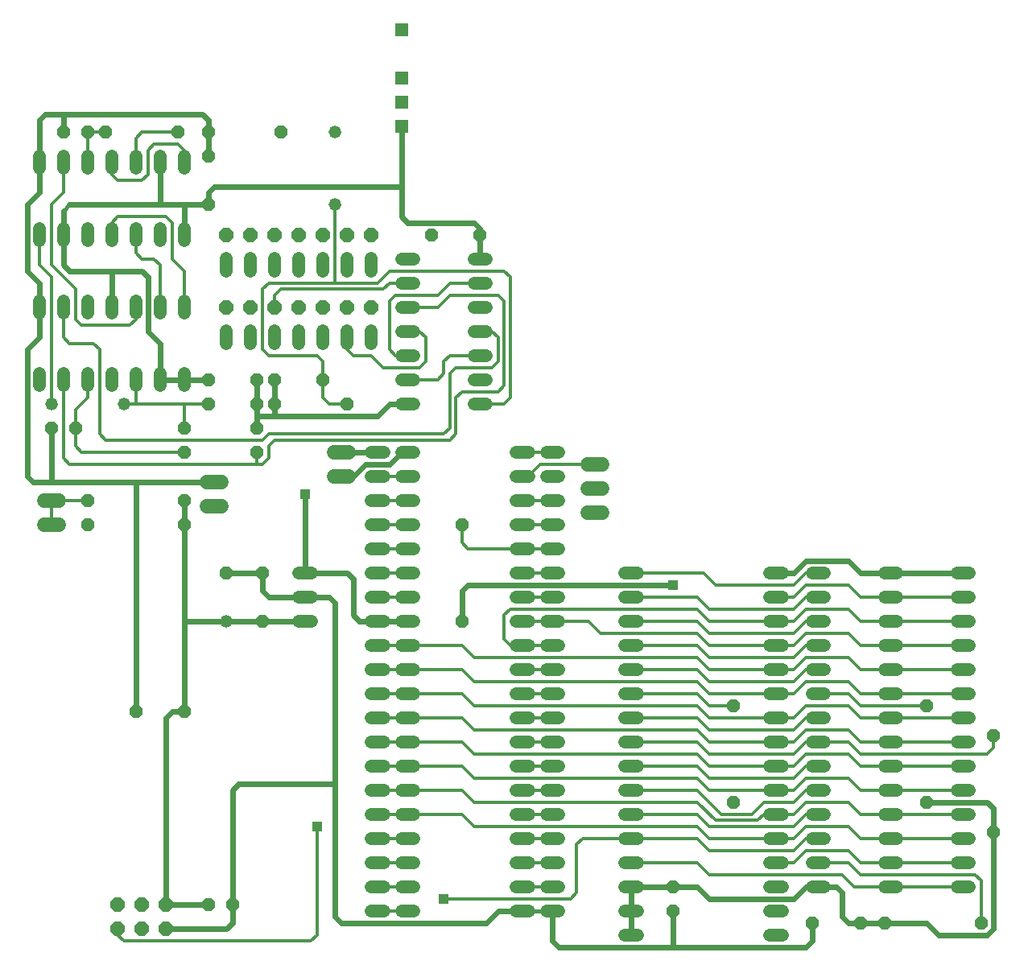
<source format=gbl>
G75*
%MOIN*%
%OFA0B0*%
%FSLAX24Y24*%
%IPPOS*%
%LPD*%
%AMOC8*
5,1,8,0,0,1.08239X$1,22.5*
%
%ADD10C,0.0520*%
%ADD11OC8,0.0520*%
%ADD12C,0.0600*%
%ADD13OC8,0.0600*%
%ADD14C,0.0520*%
%ADD15R,0.0554X0.0554*%
%ADD16C,0.0240*%
%ADD17C,0.0160*%
%ADD18R,0.0396X0.0396*%
%ADD19C,0.0120*%
D10*
X013114Y014910D02*
X013634Y014910D01*
X013634Y015910D02*
X013114Y015910D01*
X013114Y016910D02*
X013634Y016910D01*
X016114Y016910D02*
X016634Y016910D01*
X017364Y016910D02*
X017884Y016910D01*
X017884Y015910D02*
X017364Y015910D01*
X016634Y015910D02*
X016114Y015910D01*
X016114Y014910D02*
X016634Y014910D01*
X017364Y014910D02*
X017884Y014910D01*
X017884Y013910D02*
X017364Y013910D01*
X016634Y013910D02*
X016114Y013910D01*
X016114Y012910D02*
X016634Y012910D01*
X017364Y012910D02*
X017884Y012910D01*
X017884Y011910D02*
X017364Y011910D01*
X016634Y011910D02*
X016114Y011910D01*
X016114Y010910D02*
X016634Y010910D01*
X017364Y010910D02*
X017884Y010910D01*
X017884Y009910D02*
X017364Y009910D01*
X016634Y009910D02*
X016114Y009910D01*
X016114Y008910D02*
X016634Y008910D01*
X017364Y008910D02*
X017884Y008910D01*
X017884Y007910D02*
X017364Y007910D01*
X016634Y007910D02*
X016114Y007910D01*
X016114Y006910D02*
X016634Y006910D01*
X017364Y006910D02*
X017884Y006910D01*
X017884Y005910D02*
X017364Y005910D01*
X016634Y005910D02*
X016114Y005910D01*
X016114Y004910D02*
X016634Y004910D01*
X017364Y004910D02*
X017884Y004910D01*
X017884Y003910D02*
X017364Y003910D01*
X016634Y003910D02*
X016114Y003910D01*
X016114Y002910D02*
X016634Y002910D01*
X017364Y002910D02*
X017884Y002910D01*
X022114Y002910D02*
X022634Y002910D01*
X023364Y002910D02*
X023884Y002910D01*
X023884Y003910D02*
X023364Y003910D01*
X022634Y003910D02*
X022114Y003910D01*
X022114Y004910D02*
X022634Y004910D01*
X023364Y004910D02*
X023884Y004910D01*
X023884Y005910D02*
X023364Y005910D01*
X022634Y005910D02*
X022114Y005910D01*
X022114Y006910D02*
X022634Y006910D01*
X023364Y006910D02*
X023884Y006910D01*
X023884Y007910D02*
X023364Y007910D01*
X022634Y007910D02*
X022114Y007910D01*
X022114Y008910D02*
X022634Y008910D01*
X023364Y008910D02*
X023884Y008910D01*
X023884Y009910D02*
X023364Y009910D01*
X022634Y009910D02*
X022114Y009910D01*
X022114Y010910D02*
X022634Y010910D01*
X023364Y010910D02*
X023884Y010910D01*
X023884Y011910D02*
X023364Y011910D01*
X022634Y011910D02*
X022114Y011910D01*
X022114Y012910D02*
X022634Y012910D01*
X023364Y012910D02*
X023884Y012910D01*
X023884Y013910D02*
X023364Y013910D01*
X022634Y013910D02*
X022114Y013910D01*
X022114Y014910D02*
X022634Y014910D01*
X023364Y014910D02*
X023884Y014910D01*
X023884Y015910D02*
X023364Y015910D01*
X022634Y015910D02*
X022114Y015910D01*
X022114Y016910D02*
X022634Y016910D01*
X023364Y016910D02*
X023884Y016910D01*
X023884Y017910D02*
X023364Y017910D01*
X022634Y017910D02*
X022114Y017910D01*
X022114Y018910D02*
X022634Y018910D01*
X023364Y018910D02*
X023884Y018910D01*
X023884Y019910D02*
X023364Y019910D01*
X022634Y019910D02*
X022114Y019910D01*
X022114Y020910D02*
X022634Y020910D01*
X023364Y020910D02*
X023884Y020910D01*
X023884Y021910D02*
X023364Y021910D01*
X022634Y021910D02*
X022114Y021910D01*
X020884Y023910D02*
X020364Y023910D01*
X020364Y024910D02*
X020884Y024910D01*
X020884Y025910D02*
X020364Y025910D01*
X020364Y026910D02*
X020884Y026910D01*
X020884Y027910D02*
X020364Y027910D01*
X020364Y028910D02*
X020884Y028910D01*
X020884Y029910D02*
X020364Y029910D01*
X017884Y029910D02*
X017364Y029910D01*
X017364Y028910D02*
X017884Y028910D01*
X017884Y027910D02*
X017364Y027910D01*
X017364Y026910D02*
X017884Y026910D01*
X017884Y025910D02*
X017364Y025910D01*
X017364Y024910D02*
X017884Y024910D01*
X017884Y023910D02*
X017364Y023910D01*
X017364Y021910D02*
X017884Y021910D01*
X017884Y020910D02*
X017364Y020910D01*
X016634Y020910D02*
X016114Y020910D01*
X016114Y019910D02*
X016634Y019910D01*
X017364Y019910D02*
X017884Y019910D01*
X017884Y018910D02*
X017364Y018910D01*
X016634Y018910D02*
X016114Y018910D01*
X016114Y017910D02*
X016634Y017910D01*
X017364Y017910D02*
X017884Y017910D01*
X016634Y021910D02*
X016114Y021910D01*
X016124Y026400D02*
X016124Y026920D01*
X015124Y026920D02*
X015124Y026400D01*
X014124Y026400D02*
X014124Y026920D01*
X013124Y026920D02*
X013124Y026400D01*
X012124Y026400D02*
X012124Y026920D01*
X011124Y026920D02*
X011124Y026400D01*
X010124Y026400D02*
X010124Y026920D01*
X008374Y027650D02*
X008374Y028170D01*
X007374Y028170D02*
X007374Y027650D01*
X006374Y027650D02*
X006374Y028170D01*
X005374Y028170D02*
X005374Y027650D01*
X004374Y027650D02*
X004374Y028170D01*
X003374Y028170D02*
X003374Y027650D01*
X002374Y027650D02*
X002374Y028170D01*
X002374Y030650D02*
X002374Y031170D01*
X003374Y031170D02*
X003374Y030650D01*
X004374Y030650D02*
X004374Y031170D01*
X005374Y031170D02*
X005374Y030650D01*
X006374Y030650D02*
X006374Y031170D01*
X007374Y031170D02*
X007374Y030650D01*
X008374Y030650D02*
X008374Y031170D01*
X010124Y029920D02*
X010124Y029400D01*
X011124Y029400D02*
X011124Y029920D01*
X012124Y029920D02*
X012124Y029400D01*
X013124Y029400D02*
X013124Y029920D01*
X014124Y029920D02*
X014124Y029400D01*
X015124Y029400D02*
X015124Y029920D01*
X016124Y029920D02*
X016124Y029400D01*
X008374Y025170D02*
X008374Y024650D01*
X007374Y024650D02*
X007374Y025170D01*
X006374Y025170D02*
X006374Y024650D01*
X005374Y024650D02*
X005374Y025170D01*
X004374Y025170D02*
X004374Y024650D01*
X003374Y024650D02*
X003374Y025170D01*
X002374Y025170D02*
X002374Y024650D01*
X002374Y033650D02*
X002374Y034170D01*
X003374Y034170D02*
X003374Y033650D01*
X004374Y033650D02*
X004374Y034170D01*
X005374Y034170D02*
X005374Y033650D01*
X006374Y033650D02*
X006374Y034170D01*
X007374Y034170D02*
X007374Y033650D01*
X008374Y033650D02*
X008374Y034170D01*
X026614Y016910D02*
X027134Y016910D01*
X027134Y015910D02*
X026614Y015910D01*
X026614Y014910D02*
X027134Y014910D01*
X027134Y013910D02*
X026614Y013910D01*
X026614Y012910D02*
X027134Y012910D01*
X027134Y011910D02*
X026614Y011910D01*
X026614Y010910D02*
X027134Y010910D01*
X027134Y009910D02*
X026614Y009910D01*
X026614Y008910D02*
X027134Y008910D01*
X027134Y007910D02*
X026614Y007910D01*
X026614Y006910D02*
X027134Y006910D01*
X027134Y005910D02*
X026614Y005910D01*
X026614Y004910D02*
X027134Y004910D01*
X027134Y003910D02*
X026614Y003910D01*
X026614Y002910D02*
X027134Y002910D01*
X027134Y001910D02*
X026614Y001910D01*
X032614Y001910D02*
X033134Y001910D01*
X033134Y002910D02*
X032614Y002910D01*
X032614Y003910D02*
X033134Y003910D01*
X033134Y004910D02*
X032614Y004910D01*
X032614Y005910D02*
X033134Y005910D01*
X033134Y006910D02*
X032614Y006910D01*
X032614Y007910D02*
X033134Y007910D01*
X033134Y008910D02*
X032614Y008910D01*
X032614Y009910D02*
X033134Y009910D01*
X033134Y010910D02*
X032614Y010910D01*
X032614Y011910D02*
X033134Y011910D01*
X033134Y012910D02*
X032614Y012910D01*
X032614Y013910D02*
X033134Y013910D01*
X033134Y014910D02*
X032614Y014910D01*
X032614Y015910D02*
X033134Y015910D01*
X033134Y016910D02*
X032614Y016910D01*
X034364Y016910D02*
X034884Y016910D01*
X034364Y016910D01*
X034364Y015910D02*
X034884Y015910D01*
X034364Y015910D01*
X034364Y014910D02*
X034884Y014910D01*
X034364Y014910D01*
X034364Y013910D02*
X034884Y013910D01*
X034364Y013910D01*
X034364Y012910D02*
X034884Y012910D01*
X034364Y012910D01*
X034364Y011910D02*
X034884Y011910D01*
X034364Y011910D01*
X034364Y010910D02*
X034884Y010910D01*
X034364Y010910D01*
X034364Y009910D02*
X034884Y009910D01*
X034364Y009910D01*
X034364Y008910D02*
X034884Y008910D01*
X034364Y008910D01*
X034364Y007910D02*
X034884Y007910D01*
X034364Y007910D01*
X034364Y006910D02*
X034884Y006910D01*
X034364Y006910D01*
X034364Y005910D02*
X034884Y005910D01*
X034364Y005910D01*
X034364Y004910D02*
X034884Y004910D01*
X034364Y004910D01*
X034364Y003910D02*
X034884Y003910D01*
X034364Y003910D01*
X037364Y003910D02*
X037884Y003910D01*
X037884Y004910D02*
X037364Y004910D01*
X037364Y005910D02*
X037884Y005910D01*
X037884Y006910D02*
X037364Y006910D01*
X037364Y007910D02*
X037884Y007910D01*
X037884Y008910D02*
X037364Y008910D01*
X037364Y009910D02*
X037884Y009910D01*
X037884Y010910D02*
X037364Y010910D01*
X037364Y011910D02*
X037884Y011910D01*
X037884Y012910D02*
X037364Y012910D01*
X037364Y013910D02*
X037884Y013910D01*
X037884Y014910D02*
X037364Y014910D01*
X037364Y015910D02*
X037884Y015910D01*
X037884Y016910D02*
X037364Y016910D01*
X040364Y016910D02*
X040884Y016910D01*
X040884Y015910D02*
X040364Y015910D01*
X040364Y014910D02*
X040884Y014910D01*
X040884Y013910D02*
X040364Y013910D01*
X040364Y012910D02*
X040884Y012910D01*
X040884Y011910D02*
X040364Y011910D01*
X040364Y010910D02*
X040884Y010910D01*
X040884Y009910D02*
X040364Y009910D01*
X040364Y008910D02*
X040884Y008910D01*
X040884Y007910D02*
X040364Y007910D01*
X040364Y006910D02*
X040884Y006910D01*
X040884Y005910D02*
X040364Y005910D01*
X040364Y004910D02*
X040884Y004910D01*
X040884Y003910D02*
X040364Y003910D01*
D11*
X041374Y002410D03*
X041874Y006160D03*
X039124Y007410D03*
X041874Y010160D03*
X039124Y011410D03*
X031124Y011410D03*
X031124Y007410D03*
X028624Y003910D03*
X028624Y002910D03*
X034374Y002410D03*
X036374Y002410D03*
X037374Y002410D03*
X019874Y014910D03*
X019874Y018910D03*
X015124Y023910D03*
X014124Y024910D03*
X012124Y024910D03*
X011374Y024910D03*
X011374Y023910D03*
X012124Y023910D03*
X011374Y022910D03*
X011374Y021910D03*
X009374Y023910D03*
X009374Y024910D03*
X008374Y022910D03*
X008374Y021910D03*
X008374Y019910D03*
X008374Y018910D03*
X010124Y016910D03*
X011624Y016910D03*
X011624Y014910D03*
X008374Y011160D03*
X006374Y011160D03*
X009374Y003160D03*
X010374Y003160D03*
X004374Y018910D03*
X004374Y019910D03*
X003874Y022910D03*
X002874Y022910D03*
X009374Y032160D03*
X009374Y034160D03*
X009374Y035160D03*
X008124Y035160D03*
X005124Y035160D03*
X004374Y035160D03*
X003374Y035160D03*
X012374Y035160D03*
X018624Y030910D03*
X020624Y030910D03*
D12*
X015174Y021910D02*
X014574Y021910D01*
X014574Y020910D02*
X015174Y020910D01*
X009924Y020660D02*
X009324Y020660D01*
X009324Y019660D02*
X009924Y019660D01*
X003174Y019910D02*
X002574Y019910D01*
X002574Y018910D02*
X003174Y018910D01*
X025074Y019410D02*
X025674Y019410D01*
X025674Y020410D02*
X025074Y020410D01*
X025074Y021410D02*
X025674Y021410D01*
D13*
X016124Y027910D03*
X015124Y027910D03*
X014124Y027910D03*
X013124Y027910D03*
X012124Y027910D03*
X011124Y027910D03*
X010124Y027910D03*
X010124Y030910D03*
X011124Y030910D03*
X012124Y030910D03*
X013124Y030910D03*
X014124Y030910D03*
X015124Y030910D03*
X016124Y030910D03*
X007624Y003160D03*
X006624Y003160D03*
X005624Y003160D03*
X005624Y002160D03*
X006624Y002160D03*
X007624Y002160D03*
D14*
X010124Y014910D03*
X005874Y023910D03*
X002874Y023910D03*
X014624Y032160D03*
X014624Y035160D03*
D15*
X017374Y035410D03*
X017374Y036410D03*
X017374Y037410D03*
X017374Y039410D03*
D16*
X017374Y035410D02*
X017374Y032910D01*
X017374Y031660D01*
X017624Y031410D01*
X020374Y031410D01*
X020624Y031160D01*
X020624Y030910D01*
X020624Y029910D01*
X017374Y032910D02*
X009624Y032910D01*
X009374Y032660D01*
X009374Y032160D01*
X008374Y032160D01*
X008374Y030910D01*
X008374Y032160D02*
X007374Y032160D01*
X007374Y033910D01*
X007374Y032160D02*
X003624Y032160D01*
X003374Y031910D02*
X003374Y030910D01*
X003374Y029660D01*
X003624Y029410D01*
X005374Y029410D01*
X005374Y027910D01*
X005374Y029410D02*
X006624Y029410D01*
X006874Y029160D01*
X006874Y026910D01*
X007374Y026410D01*
X007374Y024910D01*
X008374Y024910D01*
X009374Y024910D01*
X011374Y024910D02*
X011374Y023910D01*
X011374Y023410D01*
X011374Y022910D01*
X011374Y023410D02*
X012124Y023410D01*
X012124Y024910D01*
X012124Y023910D01*
X012124Y023410D02*
X016374Y023410D01*
X016874Y023910D01*
X017624Y023910D01*
X017624Y021910D02*
X017374Y021910D01*
X016874Y021410D01*
X015874Y021410D01*
X015374Y020910D01*
X014874Y020910D01*
X014874Y021910D02*
X016374Y021910D01*
X013374Y020160D02*
X013374Y016910D01*
X015124Y016910D01*
X015374Y016660D01*
X015374Y015160D01*
X015624Y014910D01*
X016374Y014910D01*
X017624Y014910D01*
X019874Y014910D02*
X019874Y016160D01*
X020124Y016410D01*
X028624Y016410D01*
X032874Y016910D02*
X033624Y016910D01*
X034124Y017410D01*
X035874Y017410D01*
X036374Y016910D01*
X037624Y016910D01*
X040624Y016910D01*
X041624Y007410D02*
X039124Y007410D01*
X041624Y007410D02*
X041874Y007160D01*
X041874Y006160D01*
X041874Y002160D01*
X041624Y001910D01*
X039624Y001910D01*
X039124Y002410D01*
X037374Y002410D01*
X036374Y002410D01*
X035874Y002410D01*
X035624Y002660D01*
X035624Y003660D01*
X035374Y003910D01*
X034624Y003910D01*
X034124Y003910D01*
X033624Y003410D01*
X030124Y003410D01*
X029624Y003910D01*
X028624Y003910D01*
X026874Y003910D01*
X026874Y002910D01*
X026874Y001910D01*
X028624Y001410D02*
X028624Y002910D01*
X028624Y001410D02*
X034124Y001410D01*
X034374Y001660D01*
X034374Y002410D01*
X028624Y001410D02*
X023874Y001410D01*
X023624Y001660D01*
X023624Y002910D01*
X022374Y002910D02*
X021374Y002910D01*
X020874Y002410D01*
X014874Y002410D01*
X014624Y002660D01*
X014624Y008160D01*
X014624Y015660D01*
X014374Y015910D01*
X013374Y015910D01*
X011874Y015910D01*
X011624Y016160D01*
X011624Y016910D01*
X010124Y016910D01*
X010124Y014910D02*
X008374Y014910D01*
X008374Y011160D01*
X007874Y011160D01*
X007624Y010910D01*
X007624Y003160D01*
X009374Y003160D01*
X010374Y003160D02*
X010374Y002410D01*
X010124Y002160D01*
X007624Y002160D01*
X010374Y003160D02*
X010374Y007910D01*
X010624Y008160D01*
X014624Y008160D01*
X013374Y014910D02*
X011624Y014910D01*
X010124Y014910D01*
X008374Y014910D02*
X008374Y018910D01*
X008374Y019910D01*
X009624Y020660D02*
X006374Y020660D01*
X006374Y011160D01*
X006374Y020660D02*
X002874Y020660D01*
X002874Y022910D01*
X001874Y020910D02*
X002124Y020660D01*
X002874Y020660D01*
X001874Y020910D02*
X001874Y026160D01*
X002374Y026660D01*
X002374Y027910D01*
X002374Y028910D01*
X001874Y029410D01*
X001874Y032160D01*
X002374Y032660D01*
X002374Y033910D01*
X002374Y035660D01*
X002624Y035910D01*
X003374Y035910D01*
X009124Y035910D01*
X009374Y035660D01*
X009374Y035160D01*
X009374Y034160D01*
X003374Y035160D02*
X003374Y035910D01*
D17*
X003624Y032160D02*
X003374Y031910D01*
X022374Y002910D02*
X023624Y002910D01*
D18*
X019124Y003410D03*
X013874Y006410D03*
X013374Y020160D03*
X028624Y016410D03*
D19*
X005874Y001660D02*
X005624Y001910D01*
X005624Y002160D01*
X005874Y001660D02*
X013624Y001660D01*
X013874Y001910D01*
X013874Y006410D01*
X016374Y005910D02*
X017624Y005910D01*
X017624Y006910D02*
X016374Y006910D01*
X016374Y007910D02*
X017624Y007910D01*
X019874Y007910D01*
X020374Y007410D01*
X029624Y007410D01*
X030374Y006660D01*
X032124Y006660D01*
X032374Y006910D01*
X032874Y006910D01*
X033624Y006910D01*
X034124Y007410D01*
X035874Y007410D01*
X036374Y006910D01*
X037624Y006910D01*
X040624Y006910D01*
X040624Y005910D02*
X037624Y005910D01*
X036374Y005910D01*
X035874Y006410D01*
X034124Y006410D01*
X033624Y005910D01*
X032874Y005910D01*
X030124Y005910D01*
X029624Y006410D01*
X020374Y006410D01*
X019874Y006910D01*
X017624Y006910D01*
X017624Y008910D02*
X016374Y008910D01*
X017624Y008910D02*
X019874Y008910D01*
X020374Y008410D01*
X029624Y008410D01*
X030124Y007910D01*
X032874Y007910D01*
X033624Y007910D01*
X034124Y008410D01*
X035874Y008410D01*
X036374Y007910D01*
X037624Y007910D01*
X040624Y007910D01*
X040624Y008910D02*
X037624Y008910D01*
X036374Y008910D01*
X035874Y009410D01*
X034124Y009410D01*
X033624Y008910D01*
X032874Y008910D01*
X030124Y008910D01*
X029624Y009410D01*
X020374Y009410D01*
X019874Y009910D01*
X017624Y009910D01*
X016374Y009910D01*
X016374Y010910D02*
X017624Y010910D01*
X019874Y010910D01*
X020374Y010410D01*
X029624Y010410D01*
X030124Y009910D01*
X032874Y009910D01*
X033624Y009910D01*
X034124Y010410D01*
X035874Y010410D01*
X036374Y009910D01*
X037624Y009910D01*
X040624Y009910D01*
X040624Y010910D02*
X037624Y010910D01*
X036374Y010910D01*
X035874Y011410D01*
X034124Y011410D01*
X033624Y010910D01*
X032874Y010910D01*
X030124Y010910D01*
X029624Y011410D01*
X020374Y011410D01*
X019874Y011910D01*
X017624Y011910D01*
X016374Y011910D01*
X016374Y012910D02*
X017624Y012910D01*
X019874Y012910D01*
X020374Y012410D01*
X029624Y012410D01*
X030124Y011910D01*
X032874Y011910D01*
X033624Y011910D01*
X034124Y012410D01*
X035874Y012410D01*
X036374Y011910D01*
X037624Y011910D01*
X040624Y011910D01*
X040624Y012910D02*
X037624Y012910D01*
X036374Y012910D01*
X035874Y013410D01*
X034124Y013410D01*
X033624Y012910D01*
X032874Y012910D01*
X030124Y012910D01*
X029624Y013410D01*
X020374Y013410D01*
X019874Y013910D01*
X017624Y013910D01*
X016374Y013910D01*
X016374Y015910D02*
X017624Y015910D01*
X017624Y016910D02*
X016374Y016910D01*
X016374Y017910D02*
X017624Y017910D01*
X017624Y018910D02*
X016374Y018910D01*
X016374Y019910D02*
X017624Y019910D01*
X017624Y020910D02*
X016374Y020910D01*
X019124Y022660D02*
X019374Y022910D01*
X019374Y025160D01*
X019624Y025410D01*
X021124Y025410D01*
X021374Y025660D01*
X021374Y026660D01*
X021124Y026910D01*
X020624Y026910D01*
X020624Y025910D02*
X019374Y025910D01*
X019124Y025660D01*
X019124Y025160D01*
X018874Y024910D01*
X017624Y024910D01*
X018124Y025410D02*
X018374Y025660D01*
X018374Y026660D01*
X018124Y026910D01*
X017624Y026910D01*
X017624Y027910D02*
X018874Y027910D01*
X019374Y028410D01*
X021374Y028410D01*
X021624Y028160D01*
X021624Y024660D01*
X021374Y024410D01*
X019874Y024410D01*
X019624Y024160D01*
X019624Y022660D01*
X019374Y022410D01*
X012124Y022410D01*
X011874Y022160D01*
X011874Y021660D01*
X011624Y021410D01*
X011374Y021410D01*
X011374Y021910D01*
X011374Y021410D02*
X003624Y021410D01*
X003374Y021660D01*
X003374Y024910D01*
X002874Y023910D02*
X002874Y029160D01*
X002374Y029660D01*
X002374Y030910D01*
X002874Y032160D02*
X003374Y032660D01*
X003374Y033910D01*
X004374Y033910D02*
X004374Y035160D01*
X005124Y035160D01*
X005374Y033910D02*
X005374Y033410D01*
X005624Y033160D01*
X006624Y033160D01*
X006874Y033410D01*
X006874Y034410D01*
X007124Y034660D01*
X008124Y034660D01*
X008374Y034410D01*
X008374Y033910D01*
X008124Y035160D02*
X006624Y035160D01*
X006374Y034910D01*
X006374Y033910D01*
X005624Y031660D02*
X005374Y031410D01*
X005374Y030910D01*
X005624Y031660D02*
X007624Y031660D01*
X007874Y031410D01*
X007874Y029910D01*
X008374Y029410D01*
X008374Y027910D01*
X007374Y027910D02*
X007374Y029660D01*
X007124Y029910D01*
X006624Y029910D01*
X006374Y030160D01*
X006374Y030910D01*
X003874Y028660D02*
X002874Y029660D01*
X002874Y032160D01*
X003874Y028660D02*
X003874Y027410D01*
X004124Y027160D01*
X006124Y027160D01*
X006374Y027410D01*
X006374Y027910D01*
X004874Y026160D02*
X004624Y026410D01*
X003624Y026410D01*
X003374Y026660D01*
X003374Y027910D01*
X004874Y026160D02*
X004874Y022660D01*
X005124Y022410D01*
X011624Y022410D01*
X011874Y022660D01*
X019124Y022660D01*
X020624Y023910D02*
X021624Y023910D01*
X021874Y024160D01*
X021874Y029160D01*
X021624Y029410D01*
X016874Y029410D01*
X016374Y028910D01*
X014624Y028910D01*
X014624Y032160D01*
X014624Y028910D02*
X011874Y028910D01*
X011624Y028660D01*
X011624Y026160D01*
X011874Y025910D01*
X013874Y025910D01*
X014124Y025660D01*
X014124Y024910D01*
X014124Y024160D01*
X014374Y023910D01*
X015124Y023910D01*
X016624Y025410D02*
X018124Y025410D01*
X017624Y025910D02*
X017124Y025910D01*
X016874Y026160D01*
X016874Y028160D01*
X017124Y028410D01*
X018874Y028410D01*
X019374Y028910D01*
X020624Y028910D01*
X017624Y028910D02*
X016874Y028910D01*
X016624Y028660D01*
X012374Y028660D01*
X012124Y028410D01*
X012124Y027910D01*
X015124Y026660D02*
X015124Y026160D01*
X015374Y025910D01*
X016124Y025910D01*
X016624Y025410D01*
X022374Y021910D02*
X023624Y021910D01*
X023124Y021410D02*
X025374Y021410D01*
X023624Y019910D02*
X022374Y019910D01*
X022374Y018910D02*
X023624Y018910D01*
X023624Y017910D02*
X022374Y017910D01*
X020124Y017910D01*
X019874Y018160D01*
X019874Y018910D01*
X022374Y016910D02*
X023624Y016910D01*
X023624Y015910D02*
X022374Y015910D01*
X021874Y015410D02*
X021624Y015160D01*
X021624Y014160D01*
X021874Y013910D01*
X022374Y013910D01*
X023624Y013910D01*
X023624Y014910D02*
X025124Y014910D01*
X025624Y014410D01*
X029624Y014410D01*
X030124Y013910D01*
X032874Y013910D01*
X033624Y013910D01*
X034124Y014410D01*
X035874Y014410D01*
X036374Y013910D01*
X037624Y013910D01*
X040624Y013910D01*
X040624Y014910D02*
X037624Y014910D01*
X036374Y014910D01*
X035874Y015410D01*
X034124Y015410D01*
X033624Y014910D01*
X032874Y014910D01*
X030124Y014910D01*
X029624Y015410D01*
X021874Y015410D01*
X022374Y014910D02*
X023624Y014910D01*
X023624Y012910D02*
X022374Y012910D01*
X022374Y011910D02*
X023624Y011910D01*
X023624Y010910D02*
X022374Y010910D01*
X022374Y009910D02*
X023624Y009910D01*
X023624Y008910D02*
X022374Y008910D01*
X022374Y007910D02*
X023624Y007910D01*
X023624Y006910D02*
X022374Y006910D01*
X022374Y005910D02*
X023624Y005910D01*
X023624Y004910D02*
X022374Y004910D01*
X022374Y003910D02*
X023624Y003910D01*
X024374Y003410D02*
X024624Y003660D01*
X024624Y005660D01*
X024874Y005910D01*
X026874Y005910D01*
X029624Y005910D01*
X030124Y005410D01*
X033624Y005410D01*
X034124Y005910D01*
X034624Y005910D01*
X034124Y005410D02*
X035874Y005410D01*
X036374Y004910D01*
X037624Y004910D01*
X040624Y004910D01*
X041124Y004410D02*
X036374Y004410D01*
X035874Y004910D01*
X034624Y004910D01*
X034124Y005410D02*
X033624Y004910D01*
X032874Y004910D01*
X033624Y006410D02*
X034124Y006910D01*
X034624Y006910D01*
X034624Y007910D02*
X034124Y007910D01*
X033624Y007410D01*
X032374Y007410D01*
X031874Y006910D01*
X030624Y006910D01*
X029624Y007910D01*
X026874Y007910D01*
X026874Y006910D02*
X029624Y006910D01*
X030124Y006410D01*
X033624Y006410D01*
X033624Y008410D02*
X034124Y008910D01*
X034624Y008910D01*
X034124Y009910D02*
X033624Y009410D01*
X030124Y009410D01*
X029624Y009910D01*
X026874Y009910D01*
X026874Y010910D02*
X029624Y010910D01*
X030124Y010410D01*
X033624Y010410D01*
X034124Y010910D01*
X034624Y010910D01*
X034624Y009910D02*
X034124Y009910D01*
X034624Y009910D02*
X035874Y009910D01*
X036374Y009410D01*
X041624Y009410D01*
X041874Y009660D01*
X041874Y010160D01*
X039124Y011410D02*
X036374Y011410D01*
X035874Y011910D01*
X034624Y011910D01*
X034624Y012910D02*
X034124Y012910D01*
X033624Y012410D01*
X030124Y012410D01*
X029624Y012910D01*
X026874Y012910D01*
X026874Y011910D02*
X029624Y011910D01*
X030124Y011410D01*
X031124Y011410D01*
X030124Y013410D02*
X029624Y013910D01*
X026874Y013910D01*
X026874Y014910D02*
X029624Y014910D01*
X030124Y014410D01*
X033624Y014410D01*
X034124Y014910D01*
X034624Y014910D01*
X034624Y013910D02*
X034124Y013910D01*
X033624Y013410D01*
X030124Y013410D01*
X030124Y015410D02*
X033624Y015410D01*
X034124Y015910D01*
X034624Y015910D01*
X034124Y016410D02*
X035874Y016410D01*
X036374Y015910D01*
X037624Y015910D01*
X040624Y015910D01*
X034624Y016910D02*
X034124Y016910D01*
X033624Y016410D01*
X030374Y016410D01*
X029874Y016910D01*
X026874Y016910D01*
X026874Y015910D02*
X029624Y015910D01*
X030124Y015410D01*
X032874Y015910D02*
X033624Y015910D01*
X034124Y016410D01*
X029624Y008910D02*
X026874Y008910D01*
X029624Y008910D02*
X030124Y008410D01*
X033624Y008410D01*
X035624Y004410D02*
X030124Y004410D01*
X029624Y004910D01*
X026874Y004910D01*
X024374Y003410D02*
X019124Y003410D01*
X017624Y002910D02*
X016374Y002910D01*
X016374Y003910D02*
X017624Y003910D01*
X017624Y004910D02*
X016374Y004910D01*
X002874Y018910D02*
X002874Y019910D01*
X004374Y019910D01*
X004124Y021910D02*
X008374Y021910D01*
X008374Y022910D02*
X008374Y023910D01*
X009374Y023910D01*
X008374Y023910D02*
X006374Y023910D01*
X006374Y024910D01*
X006374Y023910D02*
X005874Y023910D01*
X004374Y024160D02*
X004374Y024910D01*
X004374Y024160D02*
X003874Y023660D01*
X003874Y022910D01*
X003874Y022160D01*
X004124Y021910D01*
X022374Y020910D02*
X022624Y020910D01*
X023124Y021410D01*
X035624Y004410D02*
X036124Y003910D01*
X037624Y003910D01*
X040624Y003910D01*
X041124Y004410D02*
X041374Y004160D01*
X041374Y002410D01*
M02*

</source>
